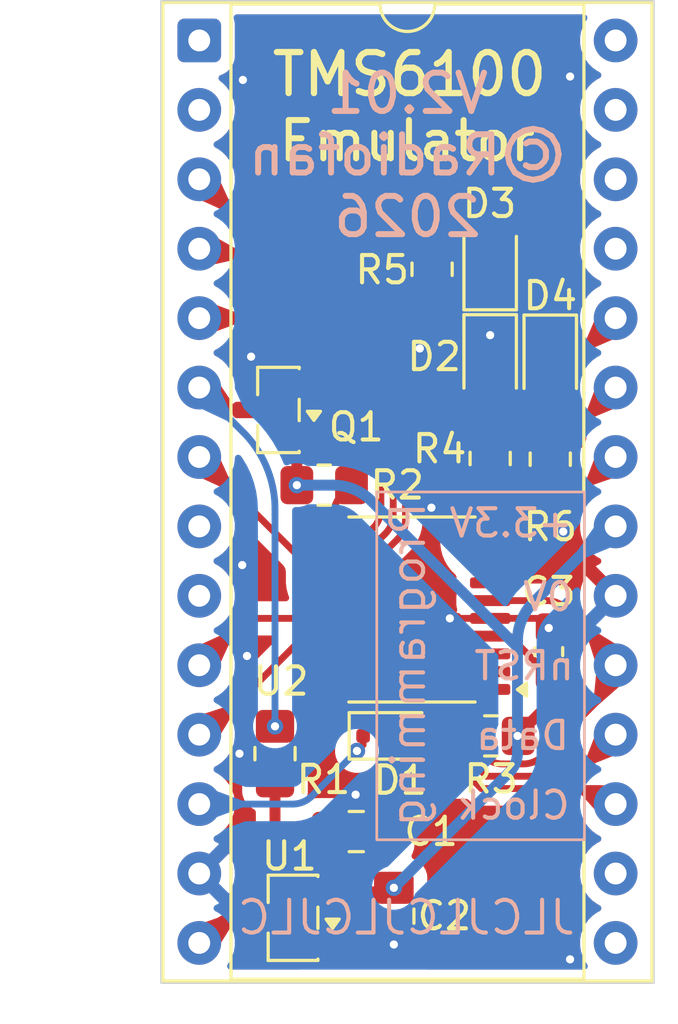
<source format=kicad_pcb>
(kicad_pcb (version 20241229) (generator "pcbnew") (generator_version "9.0")
  (layers (0 "F.Cu" signal) (2 "B.Cu" signal) (13 "F.Paste" user) (15 "B.Paste" user) (5 "F.SilkS" user "F.Silkscreen") (7 "B.SilkS" user "B.Silkscreen") (1 "F.Mask" user) (3 "B.Mask" user) (25 "Edge.Cuts" user))
  (net 0 "")
  (net 1 "VDD")
  (net 2 "GND")
  (net 4 "/TMS_CLK")
  (net 7 "/ADD8")
  (net 8 "+5V")
  (net 14 "/ADD4")
  (net 15 "/M0")
  (net 17 "/ADD2")
  (net 18 "/ADD1")
  (net 19 "/M1")
  (net 21 "/SWCLK")
  (net 22 "/SWDIO")
  (net 26 "Net-(D2-A)")
  (net 29 "/TMS_nRST")
  (net 30 "/ADD8_Data")
  (net 31 "Net-(D3-A)")
  (net 32 "Net-(D4-A)")
  (net 33 "/TxData")
  (net 34 "/RxAddr")
  (net 35 "/nRST")
  (net 36 "/Active")
  (footprint "Resistor_SMD:R_0805_2012Metric_Pad1.20x1.40mm_HandSolder" (layer "F.Cu") (at 59.55 53.2)
    (property "Reference" "R2" (at 2.675 0 0) (layer "F.SilkS"))
    (property "Value" "10K")
    (fp_line (start -0.227064 -0.735) (end 0.227064 -0.735) (stroke (width 0.12)) (layer "F.SilkS"))
    (fp_line (start -0.227064 0.735) (end 0.227064 0.735) (stroke (width 0.12)) (layer "F.SilkS"))
    (pad "1" smd roundrect (at -1 0) (size 1.2 1.4) (layers "F.Cu" "F.Mask" "F.Paste") (roundrect_rratio 0.208333) (net 1 "VDD"))
    (pad "2" smd roundrect (at 1 0) (size 1.2 1.4) (layers "F.Cu" "F.Mask" "F.Paste") (roundrect_rratio 0.208333) (net 30 "/ADD8_Data"))
  )
  (footprint "Capacitor_SMD:C_0805_2012Metric_Pad1.18x1.45mm_HandSolder" (layer "F.Cu") (at 60.725 65.875)
    (property "Reference" "C1" (at 2.7375 0 0) (layer "F.SilkS"))
    (property "Value" "0.47uF")
    (fp_line (start -0.261252 -0.735) (end 0.261252 -0.735) (stroke (width 0.12)) (layer "F.SilkS"))
    (fp_line (start -0.261252 0.735) (end 0.261252 0.735) (stroke (width 0.12)) (layer "F.SilkS"))
    (pad "1" smd roundrect (at -1.0375 0) (size 1.175 1.45) (layers "F.Cu" "F.Mask" "F.Paste") (roundrect_rratio 0.212766) (net 8 "+5V"))
    (pad "2" smd roundrect (at 1.0375 0) (size 1.175 1.45) (layers "F.Cu" "F.Mask" "F.Paste") (roundrect_rratio 0.212766) (net 2 "GND"))
  )
  (footprint "Resistor_SMD:R_0805_2012Metric_Pad1.20x1.40mm_HandSolder" (layer "F.Cu") (at 65.65 62.375 180)
    (property "Reference" "R3" (at -0.01 -1.58 0) (layer "F.SilkS"))
    (property "Value" "10K")
    (fp_line (start -0.227064 0.735) (end 0.227064 0.735) (stroke (width 0.12)) (layer "F.SilkS"))
    (fp_line (start -0.227064 -0.735) (end 0.227064 -0.735) (stroke (width 0.12)) (layer "F.SilkS"))
    (pad "1" smd roundrect (at -1 0 180) (size 1.2 1.4) (layers "F.Cu" "F.Mask" "F.Paste") (roundrect_rratio 0.208333) (net 1 "VDD"))
    (pad "2" smd roundrect (at 1 0 180) (size 1.2 1.4) (layers "F.Cu" "F.Mask" "F.Paste") (roundrect_rratio 0.208333) (net 35 "/nRST"))
  )
  (footprint "Package_SO:TSSOP-20_4.4x6.5mm_P0.65mm" (layer "F.Cu") (at 62.7625 57.75 180)
    (property "Reference" "U2" (at 4.7875 -2.625 0) (layer "F.SilkS"))
    (property "Value" "STM32G051F8P6")
    (fp_line (start 2.31 3.385) (end -2.31 3.385) (stroke (width 0.12)) (layer "F.SilkS"))
    (fp_line (start -2.31 -3.385) (end 2.31 -3.385) (stroke (width 0.12)) (layer "F.SilkS"))
    (fp_poly (pts (xy -3.86 -2.93) (xy -4.19 -2.69) (xy -4.19 -3.17)) (stroke (width 0.12)) (fill yes) (layer "F.SilkS"))
    (pad "1" smd roundrect (at -2.8625 -2.925 180) (size 1.475 0.4) (layers "F.Cu" "F.Mask" "F.Paste"))
    (pad "2" smd roundrect (at -2.8625 -2.275 180) (size 1.475 0.4) (layers "F.Cu" "F.Mask" "F.Paste"))
    (pad "3" smd roundrect (at -2.8625 -1.625 180) (size 1.475 0.4) (layers "F.Cu" "F.Mask" "F.Paste"))
    (pad "4" smd roundrect (at -2.8625 -0.975 180) (size 1.475 0.4) (layers "F.Cu" "F.Mask" "F.Paste") (net 1 "VDD"))
    (pad "5" smd roundrect (at -2.8625 -0.325 180) (size 1.475 0.4) (layers "F.Cu" "F.Mask" "F.Paste") (net 2 "GND"))
    (pad "6" smd roundrect (at -2.8625 0.325 180) (size 1.475 0.4) (layers "F.Cu" "F.Mask" "F.Paste") (net 35 "/nRST"))
    (pad "7" smd roundrect (at -2.8625 0.975 180) (size 1.475 0.4) (layers "F.Cu" "F.Mask" "F.Paste"))
    (pad "8" smd roundrect (at -2.8625 1.625 180) (size 1.475 0.4) (layers "F.Cu" "F.Mask" "F.Paste") (net 33 "/TxData"))
    (pad "9" smd roundrect (at -2.8625 2.275 180) (size 1.475 0.4) (layers "F.Cu" "F.Mask" "F.Paste") (net 36 "/Active"))
    (pad "10" smd roundrect (at -2.8625 2.925 180) (size 1.475 0.4) (layers "F.Cu" "F.Mask" "F.Paste") (net 34 "/RxAddr"))
    (pad "11" smd roundrect (at 2.8625 2.925 180) (size 1.475 0.4) (layers "F.Cu" "F.Mask" "F.Paste") (net 30 "/ADD8_Data"))
    (pad "12" smd roundrect (at 2.8625 2.275 180) (size 1.475 0.4) (layers "F.Cu" "F.Mask" "F.Paste") (net 14 "/ADD4"))
    (pad "13" smd roundrect (at 2.8625 1.625 180) (size 1.475 0.4) (layers "F.Cu" "F.Mask" "F.Paste") (net 17 "/ADD2"))
    (pad "14" smd roundrect (at 2.8625 0.975 180) (size 1.475 0.4) (layers "F.Cu" "F.Mask" "F.Paste") (net 18 "/ADD1"))
    (pad "15" smd roundrect (at 2.8625 0.325 180) (size 1.475 0.4) (layers "F.Cu" "F.Mask" "F.Paste") (net 4 "/TMS_CLK"))
    (pad "16" smd roundrect (at 2.8625 -0.325 180) (size 1.475 0.4) (layers "F.Cu" "F.Mask" "F.Paste") (net 15 "/M0"))
    (pad "17" smd roundrect (at 2.8625 -0.975 180) (size 1.475 0.4) (layers "F.Cu" "F.Mask" "F.Paste") (net 19 "/M1"))
    (pad "18" smd roundrect (at 2.8625 -1.625 180) (size 1.475 0.4) (layers "F.Cu" "F.Mask" "F.Paste") (net 22 "/SWDIO"))
    (pad "19" smd roundrect (at 2.8625 -2.275 180) (size 1.475 0.4) (layers "F.Cu" "F.Mask" "F.Paste") (net 21 "/SWCLK"))
    (pad "20" smd roundrect (at 2.8625 -2.925 180) (size 1.475 0.4) (layers "F.Cu" "F.Mask" "F.Paste"))
  )
  (footprint "LED_SMD:LED_0805_2012Metric" (layer "F.Cu") (at 65.625 45.1 90)
    (property "Reference" "D3" (at 2.2 -0.025 180) (layer "F.SilkS"))
    (property "Value" "Green")
    (fp_line (start 1 -0.96) (end -1.684999 -0.96) (stroke (width 0.12)) (layer "F.SilkS"))
    (fp_line (start -1.684999 -0.96) (end -1.684999 0.96) (stroke (width 0.12)) (layer "F.SilkS"))
    (fp_line (start -1.684999 0.96) (end 1 0.96) (stroke (width 0.12)) (layer "F.SilkS"))
    (pad "1" smd roundrect (at -0.937501 0 90) (size 0.975 1.4) (layers "F.Cu" "F.Mask" "F.Paste") (net 2 "GND"))
    (pad "2" smd roundrect (at 0.937501 0 90) (size 0.975 1.4) (layers "F.Cu" "F.Mask" "F.Paste") (net 31 "Net-(D3-A)"))
  )
  (footprint "Resistor_SMD:R_0805_2012Metric_Pad1.20x1.40mm_HandSolder" (layer "F.Cu") (at 65.625 52.225 90)
    (property "Reference" "R4" (at 0.35 -1.85 180) (layer "F.SilkS"))
    (property "Value" "150R")
    (fp_line (start -0.227064 -0.735) (end 0.227064 -0.735) (stroke (width 0.12)) (layer "F.SilkS"))
    (fp_line (start -0.227064 0.735) (end 0.227064 0.735) (stroke (width 0.12)) (layer "F.SilkS"))
    (pad "1" smd roundrect (at -1 0 90) (size 1.2 1.4) (layers "F.Cu" "F.Mask" "F.Paste") (roundrect_rratio 0.208333) (net 34 "/RxAddr"))
    (pad "2" smd roundrect (at 1 0 90) (size 1.2 1.4) (layers "F.Cu" "F.Mask" "F.Paste") (roundrect_rratio 0.208333) (net 26 "Net-(D2-A)"))
  )
  (footprint "Capacitor_SMD:C_0603_1608Metric_Pad1.08x0.95mm_HandSolder" (layer "F.Cu") (at 67.77 59.29 90)
    (property "Reference" "C3" (at 2.19 0.005 180) (layer "F.SilkS"))
    (property "Value" "0.1uF")
    (fp_line (start -0.146267 -0.51) (end 0.146267 -0.51) (stroke (width 0.12)) (layer "F.SilkS"))
    (fp_line (start -0.146267 0.51) (end 0.146267 0.51) (stroke (width 0.12)) (layer "F.SilkS"))
    (pad "1" smd roundrect (at -0.862501 0 90) (size 1.075 0.95) (layers "F.Cu" "F.Mask" "F.Paste") (net 1 "VDD"))
    (pad "2" smd roundrect (at 0.862501 0 90) (size 1.075 0.95) (layers "F.Cu" "F.Mask" "F.Paste") (net 2 "GND"))
  )
  (footprint "MyFootprints:DIP-28_W15.24mm_Socket" (layer "F.Cu") (at 54.9775 36.93)
    (property "Reference" "J1" (hide yes))
    (property "Value" "Conn_02x14_Counter_Clockwise" (hide yes))
    (fp_line (start 1.16 -1.33) (end 1.16 34.35) (stroke (width 0.12)) (layer "F.SilkS"))
    (fp_line (start 1.16 34.35) (end 14.08 34.35) (stroke (width 0.12)) (layer "F.SilkS"))
    (fp_line (start 6.62 -1.33) (end 1.16 -1.33) (stroke (width 0.12)) (layer "F.SilkS"))
    (fp_line (start 14.075 16.5) (end 14.08 -1.33) (stroke (width 0.12)) (layer "F.SilkS"))
    (fp_line (start 14.08 -1.33) (end 8.62 -1.33) (stroke (width 0.12)) (layer "F.SilkS"))
    (fp_line (start 14.08 34.35) (end 14.08 29.225) (stroke (width 0.12)) (layer "F.SilkS"))
    (fp_rect (start -1.33 -1.39) (end 16.57 34.41) (stroke (width 0.12)) (fill no) (layer "F.SilkS"))
    (fp_arc (start 8.62 -1.33) (mid 7.62 -0.33) (end 6.62 -1.33) (stroke (width 0.12)) (layer "F.SilkS"))
    (pad "1" thru_hole roundrect (at 0 0) (size 1.6 1.6) (drill 0.8) (layers "*.Cu" "*.Mask") (roundrect_rratio 0.15625))
    (pad "2" thru_hole circle (at 0 2.54) (size 1.6 1.6) (drill 0.8) (layers "*.Cu" "*.Mask"))
    (pad "3" thru_hole circle (at 0 5.08) (size 1.6 1.6) (drill 0.8) (layers "*.Cu" "*.Mask") (net 18 "/ADD1"))
    (pad "4" thru_hole circle (at 0 7.62) (size 1.6 1.6) (drill 0.8) (layers "*.Cu" "*.Mask") (net 17 "/ADD2"))
    (pad "5" thru_hole circle (at 0 10.16) (size 1.6 1.6) (drill 0.8) (layers "*.Cu" "*.Mask") (net 14 "/ADD4"))
    (pad "6" thru_hole circle (at 0 12.7) (size 1.6 1.6) (drill 0.8) (layers "*.Cu" "*.Mask") (net 7 "/ADD8"))
    (pad "7" thru_hole circle (at 0 15.24) (size 1.6 1.6) (drill 0.8) (layers "*.Cu" "*.Mask") (net 4 "/TMS_CLK"))
    (pad "8" thru_hole circle (at 0 17.78) (size 1.6 1.6) (drill 0.8) (layers "*.Cu" "*.Mask"))
    (pad "9" thru_hole circle (at 0 20.32) (size 1.6 1.6) (drill 0.8) (layers "*.Cu" "*.Mask"))
    (pad "10" thru_hole circle (at 0 22.86) (size 1.6 1.6) (drill 0.8) (layers "*.Cu" "*.Mask") (net 15 "/M0"))
    (pad "11" thru_hole circle (at 0 25.4) (size 1.6 1.6) (drill 0.8) (layers "*.Cu" "*.Mask") (net 19 "/M1"))
    (pad "12" thru_hole circle (at 0 27.94) (size 1.6 1.6) (drill 0.8) (layers "*.Cu" "*.Mask") (net 29 "/TMS_nRST"))
    (pad "13" thru_hole circle (at 0 30.48) (size 1.6 1.6) (drill 0.8) (layers "*.Cu" "*.Mask") (net 2 "GND"))
    (pad "14" thru_hole circle (at 0 33.02) (size 1.6 1.6) (drill 0.8) (layers "*.Cu" "*.Mask") (net 8 "+5V"))
    (pad "15" thru_hole circle (at 15.24 33.02) (size 1.6 1.6) (drill 0.8) (layers "*.Cu" "*.Mask"))
    (pad "16" thru_hole circle (at 15.24 30.48) (size 1.6 1.6) (drill 0.8) (layers "*.Cu" "*.Mask"))
    (pad "17" thru_hole circle (at 15.24 27.94) (size 1.6 1.6) (drill 0.8) (layers "*.Cu" "*.Mask") (net 21 "/SWCLK"))
    (pad "18" thru_hole circle (at 15.24 25.4) (size 1.6 1.6) (drill 0.8) (layers "*.Cu" "*.Mask") (net 22 "/SWDIO"))
    (pad "19" thru_hole circle (at 15.24 22.86) (size 1.6 1.6) (drill 0.8) (layers "*.Cu" "*.Mask") (net 35 "/nRST"))
    (pad "20" thru_hole circle (at 15.24 20.32) (size 1.6 1.6) (drill 0.8) (layers "*.Cu" "*.Mask") (net 2 "GND"))
    (pad "21" thru_hole circle (at 15.24 17.78) (size 1.6 1.6) (drill 0.8) (layers "*.Cu" "*.Mask") (net 1 "VDD"))
    (pad "22" thru_hole circle (at 15.24 15.24) (size 1.6 1.6) (drill 0.8) (layers "*.Cu" "*.Mask") (net 36 "/Active"))
    (pad "23" thru_hole circle (at 15.24 12.7) (size 1.6 1.6) (drill 0.8) (layers "*.Cu" "*.Mask") (net 34 "/RxAddr"))
    (pad "24" thru_hole circle (at 15.24 10.16) (size 1.6 1.6) (drill 0.8) (layers "*.Cu" "*.Mask") (net 33 "/TxData"))
    (pad "25" thru_hole circle (at 15.24 7.62) (size 1.6 1.6) (drill 0.8) (layers "*.Cu" "*.Mask"))
    (pad "26" thru_hole circle (at 15.24 5.08) (size 1.6 1.6) (drill 0.8) (layers "*.Cu" "*.Mask"))
    (pad "27" thru_hole circle (at 15.24 2.54) (size 1.6 1.6) (drill 0.8) (layers "*.Cu" "*.Mask"))
    (pad "28" thru_hole circle (at 15.24 0) (size 1.6 1.6) (drill 0.8) (layers "*.Cu" "*.Mask"))
  )
  (footprint "Diode_SMD:D_SOD-323F" (layer "F.Cu") (at 62.075 62.375)
    (property "Reference" "D1" (at 0.25 1.625 0) (layer "F.SilkS"))
    (property "Value" "RB531VM")
    (fp_line (start -1.61 -0.85) (end -1.61 0.85) (stroke (width 0.12)) (layer "F.SilkS"))
    (fp_line (start -1.61 -0.85) (end 1.05 -0.85) (stroke (width 0.12)) (layer "F.SilkS"))
    (fp_line (start -1.61 0.85) (end 1.05 0.85) (stroke (width 0.12)) (layer "F.SilkS"))
    (pad "1" smd roundrect (at -1.1 0) (size 0.5 0.5) (layers "F.Cu" "F.Mask" "F.Paste") (net 29 "/TMS_nRST"))
    (pad "2" smd roundrect (at 1.1 0) (size 0.5 0.5) (layers "F.Cu" "F.Mask" "F.Paste") (net 35 "/nRST"))
  )
  (footprint "Capacitor_SMD:C_0805_2012Metric_Pad1.18x1.45mm_HandSolder" (layer "F.Cu") (at 62.1 68.97 -90)
    (property "Reference" "C2" (at -0.01 -1.85 180) (layer "F.SilkS"))
    (property "Value" "10uF")
    (fp_line (start -0.261253 0.735) (end 0.261253 0.735) (stroke (width 0.12)) (layer "F.SilkS"))
    (fp_line (start -0.261253 -0.735) (end 0.261253 -0.735) (stroke (width 0.12)) (layer "F.SilkS"))
    (pad "1" smd roundrect (at -1.0375 0 270) (size 1.175 1.45) (layers "F.Cu" "F.Mask" "F.Paste") (roundrect_rratio 0.212766) (net 1 "VDD"))
    (pad "2" smd roundrect (at 1.0375 0 270) (size 1.175 1.45) (layers "F.Cu" "F.Mask" "F.Paste") (roundrect_rratio 0.212766) (net 2 "GND"))
  )
  (footprint "LED_SMD:LED_0805_2012Metric" (layer "F.Cu") (at 67.825 48.662499 -90)
    (property "Reference" "D4" (at -2.387499 0 180) (layer "F.SilkS"))
    (property "Value" "Blue")
    (fp_line (start -1.684999 0.96) (end 1 0.96) (stroke (width 0.12)) (layer "F.SilkS"))
    (fp_line (start -1.684999 -0.96) (end -1.684999 0.96) (stroke (width 0.12)) (layer "F.SilkS"))
    (fp_line (start 1 -0.96) (end -1.684999 -0.96) (stroke (width 0.12)) (layer "F.SilkS"))
    (pad "1" smd roundrect (at -0.937501 0 270) (size 0.975 1.4) (layers "F.Cu" "F.Mask" "F.Paste") (net 2 "GND"))
    (pad "2" smd roundrect (at 0.937501 0 270) (size 0.975 1.4) (layers "F.Cu" "F.Mask" "F.Paste") (net 32 "Net-(D4-A)"))
  )
  (footprint "Resistor_SMD:R_0805_2012Metric_Pad1.20x1.40mm_HandSolder" (layer "F.Cu") (at 57.75 63.025 90)
    (property "Reference" "R1" (at -0.95 1.775 180) (layer "F.SilkS"))
    (property "Value" "4K7")
    (fp_line (start -0.227064 -0.735) (end 0.227064 -0.735) (stroke (width 0.12)) (layer "F.SilkS"))
    (fp_line (start -0.227064 0.735) (end 0.227064 0.735) (stroke (width 0.12)) (layer "F.SilkS"))
    (pad "1" smd roundrect (at -1 0 90) (size 1.2 1.4) (layers "F.Cu" "F.Mask" "F.Paste") (roundrect_rratio 0.208333) (net 8 "+5V"))
    (pad "2" smd roundrect (at 1 0 90) (size 1.2 1.4) (layers "F.Cu" "F.Mask" "F.Paste") (roundrect_rratio 0.208333) (net 7 "/ADD8"))
  )
  (footprint "Resistor_SMD:R_0805_2012Metric_Pad1.20x1.40mm_HandSolder" (layer "F.Cu") (at 63.5 45.3 90)
    (property "Reference" "R5" (at -0.025 -1.825 180) (layer "F.SilkS"))
    (property "Value" "120R")
    (fp_line (start -0.227064 -0.735) (end 0.227064 -0.735) (stroke (width 0.12)) (layer "F.SilkS"))
    (fp_line (start -0.227064 0.735) (end 0.227064 0.735) (stroke (width 0.12)) (layer "F.SilkS"))
    (pad "1" smd roundrect (at -1 0 90) (size 1.2 1.4) (layers "F.Cu" "F.Mask" "F.Paste") (roundrect_rratio 0.208333) (net 33 "/TxData"))
    (pad "2" smd roundrect (at 1 0 90) (size 1.2 1.4) (layers "F.Cu" "F.Mask" "F.Paste") (roundrect_rratio 0.208333) (net 31 "Net-(D3-A)"))
  )
  (footprint "LED_SMD:LED_0805_2012Metric" (layer "F.Cu") (at 65.625 48.65 -90)
    (property "Reference" "D2" (at -0.15 2.05 180) (layer "F.SilkS"))
    (property "Value" "Red")
    (fp_line (start -1.684999 0.96) (end 1 0.96) (stroke (width 0.12)) (layer "F.SilkS"))
    (fp_line (start -1.684999 -0.96) (end -1.684999 0.96) (stroke (width 0.12)) (layer "F.SilkS"))
    (fp_line (start 1 -0.96) (end -1.684999 -0.96) (stroke (width 0.12)) (layer "F.SilkS"))
    (pad "1" smd roundrect (at -0.937501 0 270) (size 0.975 1.4) (layers "F.Cu" "F.Mask" "F.Paste") (net 2 "GND"))
    (pad "2" smd roundrect (at 0.937501 0 270) (size 0.975 1.4) (layers "F.Cu" "F.Mask" "F.Paste") (net 26 "Net-(D2-A)"))
  )
  (footprint "Package_TO_SOT_SMD:SOT-23-3" (layer "F.Cu") (at 58.41 69.03 180)
    (property "Reference" "U1" (at 0.135 2.255 0) (layer "F.SilkS"))
    (property "Value" "XC6206P322MR")
    (fp_line (start 0.91 1.56) (end -0.91 1.56) (stroke (width 0.12)) (layer "F.SilkS"))
    (fp_line (start 0.91 0.56) (end 0.91 1.56) (stroke (width 0.12)) (layer "F.SilkS"))
    (fp_line (start 0.91 -1.56) (end 0.91 -0.56) (stroke (width 0.12)) (layer "F.SilkS"))
    (fp_line (start -0.91 1.56) (end -0.91 1.51) (stroke (width 0.12)) (layer "F.SilkS"))
    (fp_line (start -0.91 0.39) (end -0.91 -0.39) (stroke (width 0.12)) (layer "F.SilkS"))
    (fp_line (start -0.91 -1.51) (end -0.91 -1.56) (stroke (width 0.12)) (layer "F.SilkS"))
    (fp_line (start -0.91 -1.56) (end 0.91 -1.56) (stroke (width 0.12)) (layer "F.SilkS"))
    (fp_poly (pts (xy -1.45 -0.38) (xy -1.21 -0.05) (xy -1.69 -0.05)) (stroke (width 0.12)) (fill yes) (layer "F.SilkS"))
    (pad "1" smd roundrect (at -1.1375 -0.95 180) (size 1.325 0.6) (layers "F.Cu" "F.Mask" "F.Paste") (net 2 "GND"))
    (pad "2" smd roundrect (at -1.1375 0.95 180) (size 1.325 0.6) (layers "F.Cu" "F.Mask" "F.Paste") (net 1 "VDD"))
    (pad "3" smd roundrect (at 1.1375 0 180) (size 1.325 0.6) (layers "F.Cu" "F.Mask" "F.Paste") (net 8 "+5V"))
  )
  (footprint "Resistor_SMD:R_0805_2012Metric_Pad1.20x1.40mm_HandSolder" (layer "F.Cu") (at 67.825 52.25 90)
    (property "Reference" "R6" (at -2.475 0 180) (layer "F.SilkS"))
    (property "Value" "1K2")
    (fp_line (start -0.227064 -0.735) (end 0.227064 -0.735) (stroke (width 0.12)) (layer "F.SilkS"))
    (fp_line (start -0.227064 0.735) (end 0.227064 0.735) (stroke (width 0.12)) (layer "F.SilkS"))
    (pad "1" smd roundrect (at -1 0 90) (size 1.2 1.4) (layers "F.Cu" "F.Mask" "F.Paste") (roundrect_rratio 0.208333) (net 36 "/Active"))
    (pad "2" smd roundrect (at 1 0 90) (size 1.2 1.4) (layers "F.Cu" "F.Mask" "F.Paste") (roundrect_rratio 0.208333) (net 32 "Net-(D4-A)"))
  )
  (footprint "Package_TO_SOT_SMD:SOT-23" (layer "F.Cu") (at 57.875 50.45 180)
    (property "Reference" "Q1" (at -2.8475 -0.625 0) (layer "F.SilkS"))
    (property "Value" "BSS138")
    (fp_line (start 0.76 1.56) (end -0.76 1.56) (stroke (width 0.12)) (layer "F.SilkS"))
    (fp_line (start 0.76 0.56) (end 0.76 1.56) (stroke (width 0.12)) (layer "F.SilkS"))
    (fp_line (start 0.76 -1.56) (end 0.76 -0.56) (stroke (width 0.12)) (layer "F.SilkS"))
    (fp_line (start -0.76 1.56) (end -0.76 1.51) (stroke (width 0.12)) (layer "F.SilkS"))
    (fp_line (start -0.76 0.39) (end -0.76 -0.39) (stroke (width 0.12)) (layer "F.SilkS"))
    (fp_line (start -0.76 -1.51) (end -0.76 -1.56) (stroke (width 0.12)) (layer "F.SilkS"))
    (fp_line (start -0.76 -1.56) (end 0.76 -1.56) (stroke (width 0.12)) (layer "F.SilkS"))
    (fp_poly (pts (xy -1.3 -0.38) (xy -1.06 -0.05) (xy -1.54 -0.05)) (stroke (width 0.12)) (fill yes) (layer "F.SilkS"))
    (pad "1" smd roundrect (at -0.9375 -0.95 180) (size 1.475 0.6) (layers "F.Cu" "F.Mask" "F.Paste") (net 1 "VDD"))
    (pad "2" smd roundrect (at -0.9375 0.95 180) (size 1.475 0.6) (layers "F.Cu" "F.Mask" "F.Paste") (net 30 "/ADD8_Data"))
    (pad "3" smd roundrect (at 0.9375 0 180) (size 1.475 0.6) (layers "F.Cu" "F.Mask" "F.Paste") (net 7 "/ADD8"))
  )
  (gr_rect (start 61.475 53.45) (end 69.075 66.175) (stroke (width 0.1)) (fill no) (layer "B.SilkS"))
  (gr_rect (start 53.575 35.475) (end 71.625 71.425) (stroke (width 0.05)) (fill no) (layer "Edge.Cuts"))
  (gr_text "TMS6100" (at 57.525 39.05 0) (layer "F.SilkS") (effects (font (size 1.5 1.5) (thickness 0.23)) (justify left bottom)))
  (gr_text "Emulator" (at 57.775 41.425 0) (layer "F.SilkS") (effects (font (size 1.4 1.4) (thickness 0.22)) (justify left bottom)))
  (gr_text "+3.3V" (at 68.725 55.175 0) (layer "B.SilkS") (effects (font (size 1 1)) (justify left bottom mirror)))
  (gr_text "0V" (at 68.75 57.875 0) (layer "B.SilkS") (effects (font (size 1 1)) (justify left bottom mirror)))
  (gr_text "Clock" (at 68.625 65.5 0) (layer "B.SilkS") (effects (font (size 1 1)) (justify left bottom mirror)))
  (gr_text "JLCJLCJLCJLC" (at 68.825 69.725 0) (layer "B.SilkS") (effects (font (size 1.2 1.2)) (justify left bottom mirror)))
  (gr_text "nRST" (at 68.775 60.4 0) (layer "B.SilkS") (effects (font (size 1 1)) (justify left bottom mirror)))
  (gr_text "Programming" (at 63.325 53.725 90) (layer "B.SilkS") (effects (font (size 1.2 1.2)) (justify left bottom mirror)))
  (gr_text "V2.01\n©Radiofan\n2026" (at 62.6 44.2 0) (layer "B.SilkS") (effects (font (size 1.4 1.4) (thickness 0.22)) (justify bottom mirror)))
  (gr_text "Data" (at 68.6 62.95 0) (layer "B.SilkS") (effects (font (size 1 1)) (justify left bottom mirror)))
  (segment (start 66.65 62.375) (end 66.65 62.33) (width 0.4) (layer "F.Cu") (net 1))
  (segment (start 58.549998 53.2) (end 58.549998 51.662502) (width 0.4) (layer "F.Cu") (net 1))
  (segment (start 67.77 60.152501) (end 66.342499 58.725) (width 0.25) (layer "F.Cu") (net 1))
  (segment (start 66.342499 58.725) (end 65.625 58.725) (width 0.25) (layer "F.Cu") (net 1))
  (segment (start 67.77 61.21) (end 67.77 60.152501) (width 0.4) (layer "F.Cu") (net 1))
  (segment (start 59.5475 68.080001) (end 61.952499 68.080001) (width 0.4) (layer "F.Cu") (net 1))
  (segment (start 66.65 62.33) (end 67.77 61.21) (width 0.4) (layer "F.Cu") (net 1))
  (segment (start 61.952499 68.080001) (end 62.1 67.9325) (width 0.4) (layer "F.Cu") (net 1))
  (segment (start 58.549998 51.662502) (end 58.8125 51.4) (width 0.4) (layer "F.Cu") (net 1))
  (via (at 58.549998 53.2) (size 0.6) (drill 0.3) (layers "F.Cu" "B.Cu") (net 1))
  (via (at 62.1 67.9325) (size 0.6) (drill 0.3) (layers "F.Cu" "B.Cu") (net 1))
  (via (at 66.625 62.375) (size 0.6) (drill 0.3) (layers "F.Cu" "B.Cu") (net 1))
  (segment (start 59.871573 53.2) (end 58.549998 53.2) (width 0.4) (layer "B.Cu") (net 1))
  (segment (start 66.625 59.125) (end 66.625 58.903427) (width 0.4) (layer "B.Cu") (net 1))
  (segment (start 66.625 62.993286) (end 66.625 62.375) (width 0.4) (layer "B.Cu") (net 1))
  (segment (start 66.625 59.125) (end 61.285786 53.785786) (width 0.4) (layer "B.Cu") (net 1))
  (segment (start 69.99 54.71) (end 70.2175 54.71) (width 0.4) (layer "B.Cu") (net 1))
  (segment (start 67.210787 57.489213) (end 69.99 54.71) (width 0.4) (layer "B.Cu") (net 1))
  (segment (start 62.1 67.9325) (end 66.332107 63.700393) (width 0.4) (layer "B.Cu") (net 1))
  (segment (start 66.625 62.375) (end 66.625 59.125) (width 0.4) (layer "B.Cu") (net 1))
  (arc (start 67.210787 57.489213) (mid 66.777241 58.13806) (end 66.625 58.903427) (width 0.4) (layer "B.Cu") (net 1))
  (arc (start 66.332107 63.700393) (mid 66.54888 63.37597) (end 66.625 62.993286) (width 0.4) (layer "B.Cu") (net 1))
  (arc (start 59.871573 53.2) (mid 60.63694 53.352241) (end 61.285786 53.785786) (width 0.4) (layer "B.Cu") (net 1))
  (segment (start 67.812499 47.712497) (end 67.825 47.724998) (width 0.25) (layer "F.Cu") (net 2))
  (segment (start 65.625 47.662501) (end 65.625 47.712499) (width 0.25) (layer "F.Cu") (net 2))
  (segment (start 67.417501 58.075) (end 67.77 58.427499) (width 0.25) (layer "F.Cu") (net 2))
  (segment (start 62.1 69.875) (end 62.1 70.0075) (width 0.4) (layer "F.Cu") (net 2))
  (segment (start 65.625 58.075) (end 64.15 58.075) (width 0.25) (layer "F.Cu") (net 2))
  (segment (start 65.637501 47.65) (end 65.625 47.662501) (width 0.25) (layer "F.Cu") (net 2))
  (segment (start 62.85 65.875) (end 63.525 66.55) (width 0.4) (layer "F.Cu") (net 2))
  (segment (start 65.625 47.712497) (end 67.812499 47.712497) (width 0.25) (layer "F.Cu") (net 2))
  (segment (start 61.7625 65.875) (end 62.85 65.875) (width 0.4) (layer "F.Cu") (net 2))
  (segment (start 63.525 66.55) (end 63.525 68.45) (width 0.4) (layer "F.Cu") (net 2))
  (segment (start 62.0775 70.0075) (end 62.1 70.0075) (width 0.4) (layer "F.Cu") (net 2))
  (segment (start 65.625 58.075) (end 67.417501 58.075) (width 0.25) (layer "F.Cu") (net 2))
  (segment (start 59.5475 69.979999) (end 62.049999 69.979999) (width 0.4) (layer "F.Cu") (net 2))
  (segment (start 65.625 47.712499) (end 65.625 47.712497) (width 0.4) (layer "F.Cu") (net 2))
  (segment (start 63.525 68.45) (end 62.1 69.875) (width 0.4) (layer "F.Cu") (net 2))
  (segment (start 62.049999 69.979999) (end 62.0775 70.0075) (width 0.4) (layer "F.Cu") (net 2))
  (via (at 68.55 38.25) (size 0.6) (drill 0.3) (layers "F.Cu" "B.Cu") (net 2))
  (via (at 56.575 38.375) (size 0.6) (drill 0.3) (layers "F.Cu" "B.Cu") (net 2))
  (via (at 56.55 56.125) (size 0.6) (drill 0.3) (layers "F.Cu" "B.Cu") (net 2))
  (via (at 62.1 70.0075) (size 0.6) (drill 0.3) (layers "F.Cu" "B.Cu") (net 2))
  (via (at 63.05 48.2) (size 0.6) (drill 0.3) (layers "F.Cu" "B.Cu") (net 2))
  (via (at 63.475 54.025) (size 0.6) (drill 0.3) (layers "F.Cu" "B.Cu") (net 2))
  (via (at 68.3 54.9) (size 0.6) (drill 0.3) (layers "F.Cu" "B.Cu") (net 2))
  (via (at 56.725 59.45) (size 0.6) (drill 0.3) (layers "F.Cu" "B.Cu") (net 2))
  (via (at 65.625 47.712497) (size 0.6) (drill 0.3) (layers "F.Cu" "B.Cu") (net 2))
  (via (at 67.77 58.427499) (size 0.6) (drill 0.3) (layers "F.Cu" "B.Cu") (net 2))
  (via (at 64.15 58.075) (size 0.6) (drill 0.3) (layers "F.Cu" "B.Cu") (net 2))
  (via (at 56.875 48.5) (size 0.6) (drill 0.3) (layers "F.Cu" "B.Cu") (net 2))
  (via (at 60.7 64.525) (size 0.6) (drill 0.3) (layers "F.Cu" "B.Cu") (net 2))
  (via (at 68.55 70.55) (size 0.6) (drill 0.3) (layers "F.Cu" "B.Cu") (net 2))
  (via (at 56.45 63.025) (size 0.6) (drill 0.3) (layers "F.Cu" "B.Cu") (net 2))
  (segment (start 68.275 54.9) (end 68.3 54.9) (width 0.4) (layer "B.Cu") (net 2))
  (segment (start 68.4 59.05) (end 68.4 62.4) (width 0.4) (layer "B.Cu") (net 2))
  (segment (start 69.047501 58.427499) (end 67.77 58.427499) (width 0.4) (layer "B.Cu") (net 2))
  (segment (start 62.1 70.0075) (end 68.4 63.7075) (width 0.4) (layer "B.Cu") (net 2))
  (segment (start 67.777499 58.427499) (end 68.4 59.05) (width 0.4) (layer "B.Cu") (net 2))
  (segment (start 65.625 52.25) (end 68.275 54.9) (width 0.4) (layer "B.Cu") (net 2))
  (segment (start 68.4 63.7075) (end 68.4 62.4) (width 0.4) (layer "B.Cu") (net 2))
  (segment (start 65.625 47.712497) (end 65.625 52.25) (width 0.4) (layer "B.Cu") (net 2))
  (segment (start 70.2175 57.2575) (end 69.047501 58.427499) (width 0.4) (layer "B.Cu") (net 2))
  (segment (start 70.2175 57.25) (end 70.2175 57.2575) (width 0.4) (layer "B.Cu") (net 2))
  (segment (start 55.9675 68.4) (end 54.9775 67.41) (width 0.4) (layer "B.Cu") (net 2))
  (segment (start 67.77 58.427499) (end 67.777499 58.427499) (width 0.4) (layer "B.Cu") (net 2))
  (segment (start 62.1 70.0075) (end 60.4925 68.4) (width 0.4) (layer "B.Cu") (net 2))
  (segment (start 60.4925 68.4) (end 55.9675 68.4) (width 0.4) (layer "B.Cu") (net 2))
  (segment (start 59.1 57.425) (end 59.9 57.425) (width 0.25) (layer "F.Cu") (net 4))
  (segment (start 54.9775 52.17) (end 58.482107 55.674607) (width 0.25) (layer "F.Cu") (net 4))
  (segment (start 58.775 56.381714) (end 58.775 56.685786) (width 0.25) (layer "F.Cu") (net 4))
  (segment (start 59.067893 57.392893) (end 59.1 57.425) (width 0.25) (layer "F.Cu") (net 4))
  (arc (start 59.067893 57.392893) (mid 58.85112 57.06847) (end 58.775 56.685786) (width 0.25) (layer "F.Cu") (net 4))
  (arc (start 58.482107 55.674607) (mid 58.69888 55.99903) (end 58.775 56.381714) (width 0.25) (layer "F.Cu") (net 4))
  (segment (start 56.211714 50.45) (end 56.9375 50.45) (width 0.25) (layer "F.Cu") (net 7))
  (segment (start 54.9775 49.63) (end 55.504607 50.157107) (width 0.25) (layer "F.Cu") (net 7))
  (via (at 57.75 62.024998) (size 0.6) (drill 0.3) (layers "F.Cu" "B.Cu") (net 7))
  (arc (start 56.211714 50.45) (mid 55.829031 50.37388) (end 55.504607 50.157107) (width 0.25) (layer "F.Cu") (net 7))
  (segment (start 56.578427 51.254677) (end 54.9775 49.65375) (width 0.25) (layer "B.Cu") (net 7))
  (segment (start 57.75 62.024998) (end 57.75 54.083104) (width 0.25) (layer "B.Cu") (net 7))
  (segment (start 54.9775 49.65375) (end 54.9775 49.63) (width 0.25) (layer "B.Cu") (net 7))
  (arc (start 57.75 54.083104) (mid 57.445518 52.55237) (end 56.578427 51.254677) (width 0.25) (layer "B.Cu") (net 7))
  (segment (start 57.75 65.25) (end 57.75 64.025) (width 0.4) (layer "F.Cu") (net 8))
  (segment (start 57.75 67.225) (end 57.75 65.25) (width 0.4) (layer "F.Cu") (net 8))
  (segment (start 57.2725 69.03) (end 57.2725 67.7025) (width 0.4) (layer "F.Cu") (net 8))
  (segment (start 54.9775 69.95) (end 55.604607 69.322893) (width 0.4) (layer "F.Cu") (net 8))
  (segment (start 56.311714 69.03) (end 57.2725 69.03) (width 0.4) (layer "F.Cu") (net 8))
  (segment (start 57.2725 67.7025) (end 57.75 67.225) (width 0.4) (layer "F.Cu") (net 8))
  (segment (start 59.6875 65.875) (end 57.75 65.875) (width 0.4) (layer "F.Cu") (net 8))
  (arc (start 55.604607 69.322893) (mid 55.92903 69.10612) (end 56.311714 69.03) (width 0.4) (layer "F.Cu") (net 8))
  (segment (start 59.9 55.475) (end 60.637499 55.475) (width 0.25) (layer "F.Cu") (net 14))
  (segment (start 56.988895 47.09) (end 54.9775 47.09) (width 0.25) (layer "F.Cu") (net 14))
  (segment (start 61.040213 50.312891) (end 58.403108 47.675786) (width 0.25) (layer "F.Cu") (net 14))
  (segment (start 60.637499 55.475) (end 61.333107 54.779392) (width 0.25) (layer "F.Cu") (net 14))
  (segment (start 61.626 54.072285) (end 61.626 51.727105) (width 0.25) (layer "F.Cu") (net 14))
  (arc (start 61.626 54.072285) (mid 61.54988 54.454968) (end 61.333107 54.779392) (width 0.25) (layer "F.Cu") (net 14))
  (arc (start 58.403108 47.675786) (mid 57.754262 47.242241) (end 56.988895 47.09) (width 0.25) (layer "F.Cu") (net 14))
  (arc (start 61.040213 50.312891) (mid 61.473759 50.961738) (end 61.626 51.727105) (width 0.25) (layer "F.Cu") (net 14))
  (segment (start 56.399607 58.367893) (end 54.9775 59.79) (width 0.25) (layer "F.Cu") (net 15))
  (segment (start 59.9 58.075) (end 57.106714 58.075) (width 0.25) (layer "F.Cu") (net 15))
  (arc (start 56.399607 58.367893) (mid 56.72403 58.15112) (end 57.106714 58.075) (width 0.25) (layer "F.Cu") (net 15))
  (segment (start 60.637499 56.125) (end 61.783107 54.979392) (width 0.25) (layer "F.Cu") (net 17))
  (segment (start 55.546573 44.55) (end 54.9775 44.55) (width 0.25) (layer "F.Cu") (net 17))
  (segment (start 61.490213 49.665213) (end 56.960786 45.135786) (width 0.25) (layer "F.Cu") (net 17))
  (segment (start 59.9 56.125) (end 60.637499 56.125) (width 0.25) (layer "F.Cu") (net 17))
  (segment (start 62.076 54.272285) (end 62.076 51.079427) (width 0.25) (layer "F.Cu") (net 17))
  (arc (start 55.546573 44.55) (mid 56.31194 44.702241) (end 56.960786 45.135786) (width 0.25) (layer "F.Cu") (net 17))
  (arc (start 61.783107 54.979392) (mid 61.99988 54.654969) (end 62.076 54.272285) (width 0.25) (layer "F.Cu") (net 17))
  (arc (start 62.076 51.079427) (mid 61.923759 50.31406) (end 61.490213 49.665213) (width 0.25) (layer "F.Cu") (net 17))
  (segment (start 61.940213 48.972713) (end 54.9775 42.01) (width 0.25) (layer "F.Cu") (net 18))
  (segment (start 60.637499 56.775) (end 62.233107 55.179392) (width 0.25) (layer "F.Cu") (net 18))
  (segment (start 62.526 54.472285) (end 62.526 50.386927) (width 0.25) (layer "F.Cu") (net 18))
  (segment (start 59.9 56.775) (end 60.637499 56.775) (width 0.25) (layer "F.Cu") (net 18))
  (arc (start 62.233107 55.179392) (mid 62.44988 54.854969) (end 62.526 54.472285) (width 0.25) (layer "F.Cu") (net 18))
  (arc (start 61.940213 48.972713) (mid 62.373759 49.62156) (end 62.526 50.386927) (width 0.25) (layer "F.Cu") (net 18))
  (segment (start 59.239214 58.725) (end 59.9 58.725) (width 0.25) (layer "F.Cu") (net 19))
  (segment (start 55.22 62.33) (end 58.532107 59.017893) (width 0.25) (layer "F.Cu") (net 19))
  (segment (start 54.9775 62.33) (end 55.22 62.33) (width 0.25) (layer "F.Cu") (net 19))
  (arc (start 59.239214 58.725) (mid 58.856531 58.80112) (end 58.532107 59.017893) (width 0.25) (layer "F.Cu") (net 19))
  (segment (start 65.303208 64.301) (end 65.052208 64.05) (width 0.25) (layer "F.Cu") (net 21))
  (segment (start 70.2175 64.87) (end 69.6485 64.301) (width 0.25) (layer "F.Cu") (net 21))
  (segment (start 61.825 62.825) (end 61.825 61.212501) (width 0.25) (layer "F.Cu") (net 21))
  (segment (start 63.05 64.05) (end 61.825 62.825) (width 0.25) (layer "F.Cu") (net 21))
  (segment (start 61.825 61.212501) (end 60.637499 60.025) (width 0.25) (layer "F.Cu") (net 21))
  (segment (start 65.052208 64.05) (end 63.05 64.05) (width 0.25) (layer "F.Cu") (net 21))
  (segment (start 69.6485 64.301) (end 65.303208 64.301) (width 0.25) (layer "F.Cu") (net 21))
  (segment (start 60.637499 60.025) (end 59.9 60.025) (width 0.25) (layer "F.Cu") (net 21))
  (segment (start 62.375 60.9) (end 60.85 59.375) (width 0.25) (layer "F.Cu") (net 22))
  (segment (start 63.35 63.575) (end 62.375 62.6) (width 0.25) (layer "F.Cu") (net 22))
  (segment (start 60.85 59.375) (end 59.9 59.375) (width 0.25) (layer "F.Cu") (net 22))
  (segment (start 65.489604 63.851) (end 65.213604 63.575) (width 0.25) (layer "F.Cu") (net 22))
  (segment (start 67.868073 63.851) (end 67.43191 63.851) (width 0.25) (layer "F.Cu") (net 22))
  (segment (start 62.375 62.6) (end 62.375 60.9) (width 0.25) (layer "F.Cu") (net 22))
  (segment (start 70.2175 62.33) (end 69.282286 63.265214) (width 0.25) (layer "F.Cu") (net 22))
  (segment (start 65.213604 63.575) (end 63.35 63.575) (width 0.25) (layer "F.Cu") (net 22))
  (segment (start 67.43191 63.851) (end 65.489604 63.851) (width 0.25) (layer "F.Cu") (net 22))
  (arc (start 69.282286 63.265214) (mid 68.63344 63.698759) (end 67.868073 63.851) (width 0.25) (layer "F.Cu") (net 22))
  (segment (start 65.625 51.225) (end 65.625 49.587501) (width 0.25) (layer "F.Cu") (net 26))
  (segment (start 60.975 62.375) (end 60.975 62.7) (width 0.25) (layer "F.Cu") (net 29))
  (segment (start 60.975 62.7) (end 60.75 62.925) (width 0.25) (layer "F.Cu") (net 29))
  (via (at 60.75 62.925) (size 0.6) (drill 0.3) (layers "F.Cu" "B.Cu") (net 29))
  (segment (start 59.097893 64.577107) (end 60.75 62.925) (width 0.25) (layer "B.Cu") (net 29))
  (segment (start 54.9775 64.87) (end 58.390786 64.87) (width 0.25) (layer "B.Cu") (net 29))
  (arc (start 58.390786 64.87) (mid 58.773469 64.79388) (end 59.097893 64.577107) (width 0.25) (layer "B.Cu") (net 29))
  (segment (start 60.192893 53.557107) (end 60.55 53.2) (width 0.25) (layer "F.Cu") (net 30))
  (segment (start 60.55 53.2) (end 60.55 52.065927) (width 0.25) (layer "F.Cu") (net 30))
  (segment (start 59.9 54.825) (end 59.9 54.264214) (width 0.25) (layer "F.Cu") (net 30))
  (segment (start 59.964213 50.651713) (end 58.8125 49.5) (width 0.25) (layer "F.Cu") (net 30))
  (arc (start 60.55 52.065927) (mid 60.397759 51.30056) (end 59.964213 50.651713) (width 0.25) (layer "F.Cu") (net 30))
  (arc (start 59.9 54.264214) (mid 59.97612 53.881531) (end 60.192893 53.557107) (width 0.25) (layer "F.Cu") (net 30))
  (segment (start 63.5 44.3) (end 65.487499 44.3) (width 0.25) (layer "F.Cu") (net 31))
  (segment (start 65.487499 44.3) (end 65.625 44.162499) (width 0.25) (layer "F.Cu") (net 31))
  (segment (start 67.825 51.25) (end 67.825 49.6) (width 0.25) (layer "F.Cu") (net 32))
  (segment (start 64.887501 56.125) (end 64.717893 55.955392) (width 0.25) (layer "F.Cu") (net 33))
  (segment (start 63.839213 46.639213) (end 63.5 46.3) (width 0.25) (layer "F.Cu") (net 33))
  (segment (start 68.243286 48.65) (end 64.425 48.65) (width 0.2) (layer "F.Cu") (net 33))
  (segment (start 70.2175 47.09) (end 68.950393 48.357107) (width 0.2) (layer "F.Cu") (net 33))
  (segment (start 65.625 56.125) (end 64.887501 56.125) (width 0.25) (layer "F.Cu") (net 33))
  (segment (start 64.425 48.65) (end 64.425 48.053427) (width 0.25) (layer "F.Cu") (net 33))
  (segment (start 64.425 55.248285) (end 64.425 48.65) (width 0.25) (layer "F.Cu") (net 33))
  (arc (start 64.717893 55.955392) (mid 64.50112 55.630969) (end 64.425 55.248285) (width 0.25) (layer "F.Cu") (net 33))
  (arc (start 68.950393 48.357107) (mid 68.62597 48.57388) (end 68.243286 48.65) (width 0.2) (layer "F.Cu") (net 33))
  (arc (start 64.425 48.053427) (mid 64.272759 47.28806) (end 63.839213 46.639213) (width 0.25) (layer "F.Cu") (net 33))
  (segment (start 67.014214 52.25) (end 67.996946 52.25) (width 0.2) (layer "F.Cu") (net 34))
  (segment (start 69.342893 50.504607) (end 70.2175 49.63) (width 0.2) (layer "F.Cu") (net 34))
  (segment (start 69.05 51.404053) (end 69.05 51.211714) (width 0.2) (layer "F.Cu") (net 34))
  (segment (start 65.625 53.225) (end 66.307107 52.542893) (width 0.2) (layer "F.Cu") (net 34))
  (segment (start 65.625 54.825) (end 65.625 53.225) (width 0.25) (layer "F.Cu") (net 34))
  (segment (start 68.704053 51.957107) (end 68.903554 51.757606) (width 0.2) (layer "F.Cu") (net 34))
  (arc (start 69.05 51.211714) (mid 69.12612 50.829031) (end 69.342893 50.504607) (width 0.2) (layer "F.Cu") (net 34))
  (arc (start 67.996946 52.25) (mid 68.379629 52.17388) (end 68.704053 51.957107) (width 0.2) (layer "F.Cu") (net 34))
  (arc (start 68.903554 51.757606) (mid 69.01194 51.595394) (end 69.05 51.404053) (width 0.2) (layer "F.Cu") (net 34))
  (arc (start 67.014214 52.25) (mid 66.631531 52.32612) (end 66.307107 52.542893) (width 0.2) (layer "F.Cu") (net 34))
  (segment (start 70.2175 59.534009) (end 70.2175 59.79) (width 0.25) (layer "F.Cu") (net 35))
  (segment (start 69.924607 60.725393) (end 67.541893 63.108107) (width 0.25) (layer "F.Cu") (net 35))
  (segment (start 70.2175 59.534009) (end 68.401384 57.717893) (width 0.25) (layer "F.Cu") (net 35))
  (segment (start 65.383107 63.108107) (end 64.65 62.375) (width 0.25) (layer "F.Cu") (net 35))
  (segment (start 67.694277 57.425) (end 65.625 57.425) (width 0.25) (layer "F.Cu") (net 35))
  (segment (start 69.924607 60.721907) (end 69.924607 60.725393) (width 0.25) (layer "F.Cu") (net 35))
  (segment (start 66.834786 63.401) (end 66.090214 63.401) (width 0.25) (layer "F.Cu") (net 35))
  (segment (start 63.175 62.375) (end 64.65 62.375) (width 0.25) (layer "F.Cu") (net 35))
  (segment (start 70.2175 59.79) (end 70.2175 60.0148) (width 0.25) (layer "F.Cu") (net 35))
  (arc (start 67.694277 57.425) (mid 68.07696 57.50112) (end 68.401384 57.717893) (width 0.25) (layer "F.Cu") (net 35))
  (arc (start 67.541893 63.108107) (mid 67.21747 63.32488) (end 66.834786 63.401) (width 0.25) (layer "F.Cu") (net 35))
  (arc (start 70.2175 60.0148) (mid 70.14138 60.397484) (end 69.924607 60.721907) (width 0.25) (layer "F.Cu") (net 35))
  (arc (start 66.090214 63.401) (mid 65.707531 63.32488) (end 65.383107 63.108107) (width 0.25) (layer "F.Cu") (net 35))
  (segment (start 70.205 52.17) (end 69.417893 52.957107) (width 0.25) (layer "F.Cu") (net 36))
  (segment (start 66.975 54.975) (end 66.975 54.514214) (width 0.25) (layer "F.Cu") (net 36))
  (segment (start 70.2175 52.17) (end 70.205 52.17) (width 0.25) (layer "F.Cu") (net 36))
  (segment (start 67.267893 53.807107) (end 67.825 53.25) (width 0.25) (layer "F.Cu") (net 36))
  (segment (start 68.710786 53.25) (end 67.825 53.25) (width 0.25) (layer "F.Cu") (net 36))
  (segment (start 65.625 55.475) (end 66.475 55.475) (width 0.25) (layer "F.Cu") (net 36))
  (segment (start 66.475 55.475) (end 66.975 54.975) (width 0.25) (layer "F.Cu") (net 36))
  (arc (start 67.267893 53.807107) (mid 67.05112 54.13153) (end 66.975 54.514214) (width 0.25) (layer "F.Cu") (net 36))
  (arc (start 68.710786 53.25) (mid 69.093469 53.17388) (end 69.417893 52.957107) (width 0.25) (layer "F.Cu") (net 36))
  (zone (net 2) (net_name "GND") (layers "F.Cu" "B.Cu") (connect_pads (clearance 0.5)) (min_thickness 0.25) (fill yes (thermal_gap 0.5) (thermal_bridge_width 0.5))
    (polygon (pts (xy 53.55 35.45) (xy 71.65 35.45) (xy 71.65 71.45) (xy 53.55 71.45)))
  )
)
</source>
